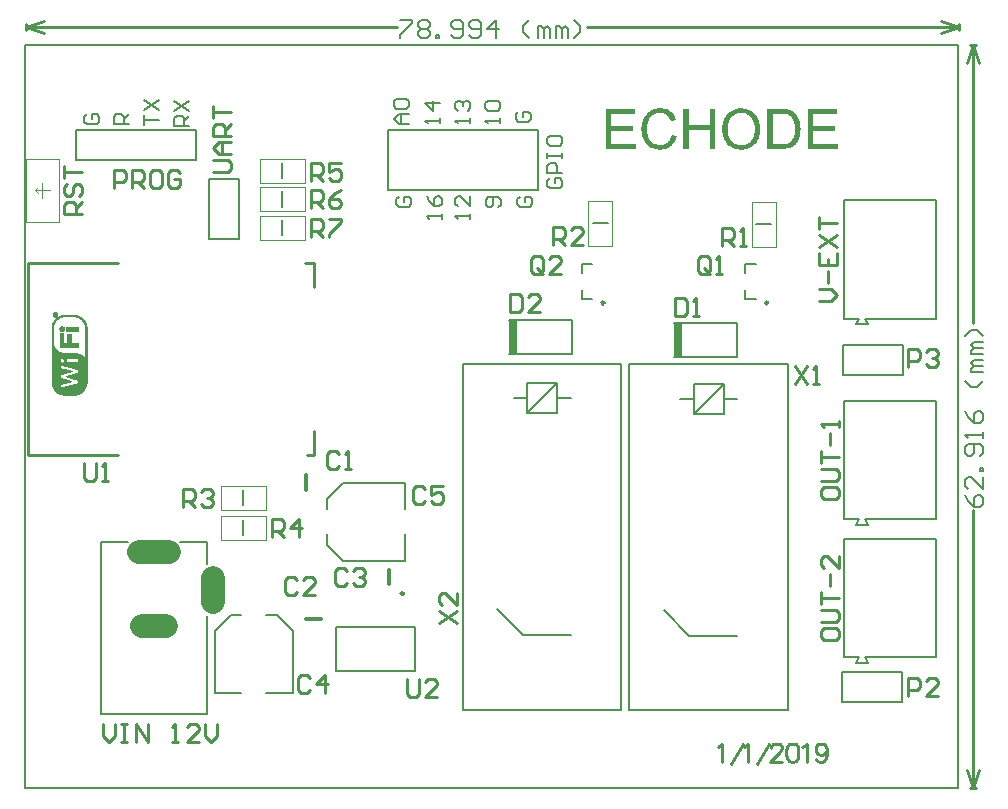
<source format=gto>
G04 Layer_Color=65535*
%FSLAX44Y44*%
%MOMM*%
G71*
G01*
G75*
%ADD23C,0.1270*%
%ADD27C,0.2540*%
%ADD28C,2.0160*%
%ADD29C,0.1524*%
%ADD43C,0.2500*%
%ADD44C,0.2000*%
%ADD45C,0.0600*%
%ADD46C,0.1000*%
%ADD47C,0.0127*%
%ADD48C,0.3048*%
%ADD49C,0.1778*%
%ADD50C,0.2032*%
%ADD51R,0.8000X2.8000*%
G36*
X770743Y773343D02*
X750716D01*
Y762988D01*
X769441D01*
Y758958D01*
X750716D01*
Y747488D01*
X771549D01*
Y743458D01*
X746252D01*
Y777373D01*
X770743D01*
Y773343D01*
D02*
G37*
G36*
X941866D02*
X921840D01*
Y762988D01*
X940564D01*
Y758958D01*
X921840D01*
Y747488D01*
X942672D01*
Y743458D01*
X917376D01*
Y777373D01*
X941866D01*
Y773343D01*
D02*
G37*
G36*
X896667Y777311D02*
X897473D01*
X898403Y777249D01*
X899271Y777125D01*
X900139Y777001D01*
X900264D01*
X900511Y776939D01*
X900946Y776815D01*
X901504Y776691D01*
X902186Y776505D01*
X902868Y776195D01*
X903674Y775885D01*
X904418Y775451D01*
X904480Y775389D01*
X904790Y775265D01*
X905162Y774955D01*
X905658Y774583D01*
X906154Y774149D01*
X906774Y773591D01*
X907394Y772909D01*
X907952Y772165D01*
X908014Y772041D01*
X908200Y771793D01*
X908448Y771359D01*
X908820Y770739D01*
X909192Y770057D01*
X909564Y769189D01*
X909936Y768259D01*
X910308Y767266D01*
X910370Y767142D01*
X910432Y766770D01*
X910618Y766151D01*
X910804Y765406D01*
X910928Y764415D01*
X911114Y763236D01*
X911176Y761996D01*
X911238Y760570D01*
Y760508D01*
Y760260D01*
Y759826D01*
X911176Y759330D01*
X911114Y758710D01*
X911052Y757966D01*
X910928Y757098D01*
X910804Y756230D01*
X910370Y754246D01*
X910060Y753254D01*
X909750Y752200D01*
X909316Y751146D01*
X908820Y750154D01*
X908262Y749162D01*
X907642Y748232D01*
X907580Y748170D01*
X907456Y748046D01*
X907270Y747798D01*
X906960Y747488D01*
X906526Y747116D01*
X906030Y746744D01*
X905472Y746310D01*
X904790Y745876D01*
X903984Y745380D01*
X903054Y744946D01*
X902061Y744574D01*
X900946Y744202D01*
X899706Y743892D01*
X898403Y743644D01*
X896915Y743520D01*
X895365Y743458D01*
X883151D01*
Y777373D01*
X895923D01*
X896667Y777311D01*
D02*
G37*
G36*
X793249Y777869D02*
X793683D01*
X794179Y777807D01*
X795357Y777621D01*
X796721Y777311D01*
X798147Y776877D01*
X799573Y776257D01*
X800937Y775389D01*
X800999D01*
X801123Y775265D01*
X801247Y775141D01*
X801495Y774893D01*
X802115Y774335D01*
X802859Y773529D01*
X803727Y772475D01*
X804533Y771235D01*
X805277Y769747D01*
X805897Y768011D01*
X801495Y767019D01*
Y767081D01*
X801433Y767142D01*
X801371Y767328D01*
X801309Y767577D01*
X800999Y768197D01*
X800627Y769003D01*
X800193Y769809D01*
X799573Y770739D01*
X798891Y771545D01*
X798085Y772289D01*
X797961Y772351D01*
X797651Y772599D01*
X797155Y772847D01*
X796535Y773219D01*
X795729Y773529D01*
X794737Y773839D01*
X793621Y774025D01*
X792443Y774087D01*
X791885D01*
X791513Y774025D01*
X791079Y773963D01*
X790521Y773901D01*
X789281Y773653D01*
X787917Y773219D01*
X787235Y772909D01*
X786553Y772537D01*
X785871Y772103D01*
X785189Y771669D01*
X784569Y771049D01*
X784011Y770429D01*
Y770367D01*
X783887Y770243D01*
X783763Y770057D01*
X783577Y769747D01*
X783329Y769375D01*
X783081Y768941D01*
X782833Y768445D01*
X782585Y767825D01*
X782337Y767142D01*
X782089Y766460D01*
X781841Y765655D01*
X781593Y764725D01*
X781407Y763794D01*
X781283Y762802D01*
X781221Y761748D01*
X781159Y760632D01*
Y760570D01*
Y760322D01*
Y759950D01*
X781221Y759516D01*
Y758896D01*
X781345Y758214D01*
X781407Y757470D01*
X781531Y756726D01*
X781903Y754990D01*
X782399Y753254D01*
X783143Y751580D01*
X783639Y750836D01*
X784135Y750154D01*
X784197Y750092D01*
X784259Y750030D01*
X784445Y749844D01*
X784693Y749596D01*
X785003Y749348D01*
X785375Y749100D01*
X786243Y748480D01*
X787421Y747798D01*
X788785Y747302D01*
X790335Y746868D01*
X791203Y746806D01*
X792071Y746744D01*
X792443D01*
X792753Y746806D01*
X793435Y746868D01*
X794365Y746992D01*
X795419Y747240D01*
X796473Y747612D01*
X797527Y748170D01*
X798519Y748852D01*
X798643Y748976D01*
X798953Y749286D01*
X799387Y749782D01*
X799883Y750464D01*
X800503Y751394D01*
X801061Y752510D01*
X801619Y753812D01*
X802053Y755362D01*
X806455Y754184D01*
Y754122D01*
X806393Y753936D01*
X806269Y753626D01*
X806145Y753254D01*
X806021Y752758D01*
X805773Y752262D01*
X805277Y750960D01*
X804533Y749596D01*
X803603Y748170D01*
X802549Y746868D01*
X801929Y746248D01*
X801247Y745690D01*
X801185D01*
X801061Y745566D01*
X800875Y745442D01*
X800627Y745256D01*
X800255Y745070D01*
X799821Y744822D01*
X799325Y744574D01*
X798767Y744326D01*
X797465Y743768D01*
X795977Y743334D01*
X794241Y743024D01*
X793311Y742962D01*
X792381Y742900D01*
X792009D01*
X791575Y742962D01*
X791017D01*
X790335Y743086D01*
X789529Y743148D01*
X788661Y743334D01*
X787731Y743582D01*
X786801Y743830D01*
X785809Y744202D01*
X784755Y744574D01*
X783763Y745070D01*
X782833Y745690D01*
X781903Y746372D01*
X781035Y747178D01*
X780291Y748108D01*
X780229Y748170D01*
X780105Y748356D01*
X779919Y748666D01*
X779733Y749038D01*
X779423Y749534D01*
X779113Y750154D01*
X778741Y750836D01*
X778431Y751642D01*
X778059Y752510D01*
X777687Y753440D01*
X777377Y754494D01*
X777129Y755610D01*
X776881Y756788D01*
X776695Y757966D01*
X776571Y759268D01*
X776509Y760632D01*
Y760756D01*
Y761004D01*
X776571Y761438D01*
Y761996D01*
X776633Y762678D01*
X776757Y763422D01*
X776881Y764352D01*
X777067Y765283D01*
X777315Y766274D01*
X777625Y767328D01*
X777935Y768383D01*
X778369Y769437D01*
X778927Y770491D01*
X779485Y771483D01*
X780167Y772475D01*
X780973Y773343D01*
X781035Y773405D01*
X781159Y773529D01*
X781407Y773777D01*
X781779Y774087D01*
X782213Y774397D01*
X782771Y774769D01*
X783391Y775203D01*
X784073Y775637D01*
X784879Y776071D01*
X785747Y776505D01*
X786677Y776877D01*
X787669Y777187D01*
X788785Y777497D01*
X789963Y777745D01*
X791141Y777869D01*
X792443Y777931D01*
X792939D01*
X793249Y777869D01*
D02*
G37*
G36*
X838758Y743458D02*
X834294D01*
Y759392D01*
X816562D01*
Y743458D01*
X812097D01*
Y777373D01*
X816562D01*
Y763422D01*
X834294D01*
Y777373D01*
X838758D01*
Y743458D01*
D02*
G37*
G36*
X862195Y777869D02*
X862815Y777807D01*
X863497Y777683D01*
X864303Y777497D01*
X865109Y777311D01*
X866039Y777063D01*
X866969Y776753D01*
X867899Y776381D01*
X868891Y775885D01*
X869883Y775327D01*
X870813Y774707D01*
X871743Y773963D01*
X872611Y773095D01*
X872673Y773033D01*
X872797Y772847D01*
X873045Y772599D01*
X873355Y772227D01*
X873665Y771731D01*
X874037Y771173D01*
X874471Y770491D01*
X874905Y769685D01*
X875339Y768817D01*
X875773Y767825D01*
X876145Y766833D01*
X876455Y765655D01*
X876765Y764476D01*
X877013Y763174D01*
X877137Y761748D01*
X877199Y760322D01*
Y760260D01*
Y759950D01*
Y759578D01*
X877137Y759020D01*
X877075Y758338D01*
X876951Y757594D01*
X876827Y756726D01*
X876641Y755796D01*
X876393Y754804D01*
X876083Y753750D01*
X875711Y752696D01*
X875277Y751642D01*
X874719Y750588D01*
X874099Y749596D01*
X873417Y748604D01*
X872611Y747674D01*
X872549Y747612D01*
X872425Y747488D01*
X872177Y747240D01*
X871805Y746930D01*
X871371Y746558D01*
X870813Y746186D01*
X870193Y745752D01*
X869449Y745318D01*
X868643Y744822D01*
X867775Y744388D01*
X866845Y744016D01*
X865791Y743644D01*
X864737Y743334D01*
X863559Y743086D01*
X862319Y742962D01*
X861017Y742900D01*
X860707D01*
X860335Y742962D01*
X859777D01*
X859156Y743024D01*
X858475Y743148D01*
X857669Y743334D01*
X856801Y743520D01*
X855871Y743768D01*
X854878Y744140D01*
X853886Y744512D01*
X852894Y745008D01*
X851902Y745566D01*
X850972Y746248D01*
X850042Y746992D01*
X849174Y747860D01*
X849112Y747922D01*
X848988Y748108D01*
X848740Y748356D01*
X848492Y748728D01*
X848182Y749224D01*
X847810Y749782D01*
X847376Y750464D01*
X847004Y751208D01*
X846570Y752076D01*
X846136Y753006D01*
X845764Y753998D01*
X845454Y755052D01*
X845206Y756168D01*
X844958Y757408D01*
X844834Y758648D01*
X844772Y759950D01*
Y760074D01*
Y760322D01*
X844834Y760756D01*
Y761314D01*
X844896Y762058D01*
X845020Y762864D01*
X845144Y763733D01*
X845330Y764725D01*
X845578Y765779D01*
X845888Y766833D01*
X846198Y767949D01*
X846632Y769003D01*
X847190Y770119D01*
X847748Y771173D01*
X848430Y772165D01*
X849236Y773095D01*
X849298Y773157D01*
X849422Y773281D01*
X849732Y773529D01*
X850042Y773839D01*
X850538Y774211D01*
X851034Y774645D01*
X851716Y775079D01*
X852398Y775513D01*
X853204Y775947D01*
X854072Y776381D01*
X855064Y776815D01*
X856118Y777187D01*
X857234Y777497D01*
X858412Y777745D01*
X859715Y777869D01*
X861017Y777931D01*
X861699D01*
X862195Y777869D01*
D02*
G37*
%LPC*%
G36*
X896357Y773343D02*
X887615D01*
Y747488D01*
X895675D01*
X896233Y747550D01*
X896791D01*
X897473Y747612D01*
X898837Y747736D01*
X898899D01*
X899147Y747798D01*
X899457Y747860D01*
X899954Y748046D01*
X900450Y748232D01*
X901069Y748480D01*
X901690Y748790D01*
X902372Y749224D01*
X902433Y749286D01*
X902682Y749472D01*
X902991Y749782D01*
X903426Y750216D01*
X903860Y750774D01*
X904418Y751456D01*
X904914Y752262D01*
X905348Y753254D01*
Y753316D01*
X905410Y753378D01*
X905472Y753564D01*
X905534Y753750D01*
X905720Y754370D01*
X905968Y755238D01*
X906216Y756292D01*
X906402Y757532D01*
X906526Y759020D01*
X906588Y760632D01*
Y760756D01*
Y761066D01*
Y761562D01*
X906526Y762182D01*
X906464Y762926D01*
X906402Y763733D01*
X906092Y765406D01*
Y765530D01*
X906030Y765779D01*
X905906Y766212D01*
X905720Y766770D01*
X905472Y767391D01*
X905224Y768073D01*
X904852Y768755D01*
X904418Y769437D01*
X904356Y769499D01*
X904232Y769747D01*
X903984Y770057D01*
X903612Y770429D01*
X903240Y770863D01*
X902744Y771297D01*
X902186Y771731D01*
X901628Y772103D01*
X901565Y772165D01*
X901379Y772227D01*
X901069Y772413D01*
X900697Y772537D01*
X900201Y772723D01*
X899706Y772909D01*
X899147Y773033D01*
X898589Y773157D01*
X898527D01*
X898341Y773219D01*
X897969D01*
X897535Y773281D01*
X896977D01*
X896357Y773343D01*
D02*
G37*
G36*
X861017Y774087D02*
X860521D01*
X860149Y774025D01*
X859715Y773963D01*
X859219Y773901D01*
X858040Y773653D01*
X856739Y773219D01*
X856057Y772971D01*
X855312Y772599D01*
X854630Y772165D01*
X853948Y771731D01*
X853266Y771173D01*
X852646Y770553D01*
X852584Y770491D01*
X852522Y770367D01*
X852336Y770181D01*
X852150Y769871D01*
X851902Y769561D01*
X851654Y769065D01*
X851344Y768569D01*
X851034Y767949D01*
X850724Y767205D01*
X850414Y766398D01*
X850166Y765530D01*
X849918Y764601D01*
X849732Y763547D01*
X849546Y762430D01*
X849484Y761190D01*
X849422Y759888D01*
Y759826D01*
Y759640D01*
Y759330D01*
X849484Y758896D01*
X849546Y758400D01*
X849608Y757842D01*
X849670Y757160D01*
X849794Y756478D01*
X850166Y754990D01*
X850786Y753378D01*
X851096Y752572D01*
X851530Y751828D01*
X852026Y751022D01*
X852584Y750340D01*
X852646Y750278D01*
X852708Y750216D01*
X852894Y750030D01*
X853142Y749782D01*
X853514Y749534D01*
X853886Y749224D01*
X854320Y748852D01*
X854817Y748542D01*
X856057Y747860D01*
X857483Y747302D01*
X858288Y747054D01*
X859094Y746930D01*
X860025Y746806D01*
X860955Y746744D01*
X861451D01*
X861823Y746806D01*
X862257Y746868D01*
X862753Y746930D01*
X863931Y747178D01*
X865233Y747612D01*
X865915Y747922D01*
X866659Y748294D01*
X867341Y748666D01*
X868023Y749162D01*
X868643Y749720D01*
X869263Y750340D01*
X869325Y750402D01*
X869387Y750526D01*
X869573Y750712D01*
X869759Y751022D01*
X870007Y751394D01*
X870317Y751828D01*
X870565Y752324D01*
X870875Y752944D01*
X871185Y753626D01*
X871495Y754370D01*
X871743Y755176D01*
X871991Y756044D01*
X872239Y757036D01*
X872363Y758090D01*
X872487Y759144D01*
X872549Y760322D01*
Y760384D01*
Y760632D01*
Y760942D01*
X872487Y761438D01*
X872425Y761996D01*
X872363Y762616D01*
X872301Y763298D01*
X872115Y764105D01*
X871743Y765716D01*
X871185Y767391D01*
X870813Y768259D01*
X870379Y769065D01*
X869821Y769809D01*
X869263Y770491D01*
X869201Y770553D01*
X869139Y770677D01*
X868953Y770801D01*
X868705Y771049D01*
X868333Y771297D01*
X867961Y771607D01*
X867527Y771979D01*
X867031Y772289D01*
X865791Y772971D01*
X864427Y773529D01*
X863621Y773777D01*
X862815Y773963D01*
X861947Y774025D01*
X861017Y774087D01*
D02*
G37*
%LPD*%
D23*
X255016Y831342D02*
X1044956D01*
Y202184D02*
Y831342D01*
X255016Y202184D02*
X1044956D01*
X255016D02*
Y831342D01*
D27*
X256794Y484632D02*
Y647192D01*
X332994D01*
X491744D02*
X499364D01*
Y626872D02*
Y647192D01*
Y484632D02*
Y504952D01*
X493014Y484632D02*
X499364D01*
X256794D02*
X332994D01*
X577850Y294635D02*
Y281939D01*
X580389Y279400D01*
X585467D01*
X588007Y281939D01*
Y294635D01*
X603242Y279400D02*
X593085D01*
X603242Y289557D01*
Y292096D01*
X600703Y294635D01*
X595624D01*
X593085Y292096D01*
X520697Y485136D02*
X518158Y487675D01*
X513079D01*
X510540Y485136D01*
Y474979D01*
X513079Y472440D01*
X518158D01*
X520697Y474979D01*
X525775Y472440D02*
X530853D01*
X528314D01*
Y487675D01*
X525775Y485136D01*
X485137Y378456D02*
X482598Y380995D01*
X477519D01*
X474980Y378456D01*
Y368299D01*
X477519Y365760D01*
X482598D01*
X485137Y368299D01*
X500372Y365760D02*
X490215D01*
X500372Y375917D01*
Y378456D01*
X497833Y380995D01*
X492754D01*
X490215Y378456D01*
X527047Y386076D02*
X524507Y388615D01*
X519429D01*
X516890Y386076D01*
Y375919D01*
X519429Y373380D01*
X524507D01*
X527047Y375919D01*
X532125Y386076D02*
X534664Y388615D01*
X539743D01*
X542282Y386076D01*
Y383537D01*
X539743Y380998D01*
X537203D01*
X539743D01*
X542282Y378458D01*
Y375919D01*
X539743Y373380D01*
X534664D01*
X532125Y375919D01*
X496313Y295906D02*
X493773Y298445D01*
X488695D01*
X486156Y295906D01*
Y285749D01*
X488695Y283210D01*
X493773D01*
X496313Y285749D01*
X509009Y283210D02*
Y298445D01*
X501391Y290828D01*
X511548D01*
X593087Y455926D02*
X590547Y458465D01*
X585469D01*
X582930Y455926D01*
Y445769D01*
X585469Y443230D01*
X590547D01*
X593087Y445769D01*
X608322Y458465D02*
X598165D01*
Y450848D01*
X603243Y453387D01*
X605783D01*
X608322Y450848D01*
Y445769D01*
X605783Y443230D01*
X600704D01*
X598165Y445769D01*
X805180Y617215D02*
Y601980D01*
X812797D01*
X815337Y604519D01*
Y614676D01*
X812797Y617215D01*
X805180D01*
X820415Y601980D02*
X825493D01*
X822954D01*
Y617215D01*
X820415Y614676D01*
X665480Y621025D02*
Y605790D01*
X673098D01*
X675637Y608329D01*
Y618486D01*
X673098Y621025D01*
X665480D01*
X690872Y605790D02*
X680715D01*
X690872Y615947D01*
Y618486D01*
X688333Y621025D01*
X683254D01*
X680715Y618486D01*
X1002030Y280670D02*
Y295905D01*
X1009648D01*
X1012187Y293366D01*
Y288288D01*
X1009648Y285748D01*
X1002030D01*
X1027422Y280670D02*
X1017265D01*
X1027422Y290827D01*
Y293366D01*
X1024883Y295905D01*
X1019804D01*
X1017265Y293366D01*
X1002030Y558800D02*
Y574035D01*
X1009648D01*
X1012187Y571496D01*
Y566418D01*
X1009648Y563878D01*
X1002030D01*
X1017265Y571496D02*
X1019804Y574035D01*
X1024883D01*
X1027422Y571496D01*
Y568957D01*
X1024883Y566418D01*
X1022343D01*
X1024883D01*
X1027422Y563878D01*
Y561339D01*
X1024883Y558800D01*
X1019804D01*
X1017265Y561339D01*
X834387Y640079D02*
Y650236D01*
X831848Y652775D01*
X826769D01*
X824230Y650236D01*
Y640079D01*
X826769Y637540D01*
X831848D01*
X829308Y642618D02*
X834387Y637540D01*
X831848D02*
X834387Y640079D01*
X839465Y637540D02*
X844543D01*
X842004D01*
Y652775D01*
X839465Y650236D01*
X693417Y640079D02*
Y650236D01*
X690878Y652775D01*
X685799D01*
X683260Y650236D01*
Y640079D01*
X685799Y637540D01*
X690878D01*
X688338Y642618D02*
X693417Y637540D01*
X690878D02*
X693417Y640079D01*
X708652Y637540D02*
X698495D01*
X708652Y647697D01*
Y650236D01*
X706113Y652775D01*
X701034D01*
X698495Y650236D01*
X844804Y661670D02*
Y676905D01*
X852421D01*
X854961Y674366D01*
Y669287D01*
X852421Y666748D01*
X844804D01*
X849882D02*
X854961Y661670D01*
X860039D02*
X865117D01*
X862578D01*
Y676905D01*
X860039Y674366D01*
X701294Y662178D02*
Y677413D01*
X708912D01*
X711451Y674874D01*
Y669796D01*
X708912Y667256D01*
X701294D01*
X706372D02*
X711451Y662178D01*
X726686D02*
X716529D01*
X726686Y672335D01*
Y674874D01*
X724147Y677413D01*
X719068D01*
X716529Y674874D01*
X388620Y440690D02*
Y455925D01*
X396237D01*
X398777Y453386D01*
Y448307D01*
X396237Y445768D01*
X388620D01*
X393698D02*
X398777Y440690D01*
X403855Y453386D02*
X406394Y455925D01*
X411473D01*
X414012Y453386D01*
Y450847D01*
X411473Y448307D01*
X408933D01*
X411473D01*
X414012Y445768D01*
Y443229D01*
X411473Y440690D01*
X406394D01*
X403855Y443229D01*
X464058Y414528D02*
Y429763D01*
X471675D01*
X474215Y427224D01*
Y422146D01*
X471675Y419606D01*
X464058D01*
X469136D02*
X474215Y414528D01*
X486911D02*
Y429763D01*
X479293Y422146D01*
X489450D01*
X496570Y716280D02*
Y731515D01*
X504188D01*
X506727Y728976D01*
Y723897D01*
X504188Y721358D01*
X496570D01*
X501648D02*
X506727Y716280D01*
X521962Y731515D02*
X511805D01*
Y723897D01*
X516883Y726437D01*
X519423D01*
X521962Y723897D01*
Y718819D01*
X519423Y716280D01*
X514344D01*
X511805Y718819D01*
X496570Y693420D02*
Y708655D01*
X504188D01*
X506727Y706116D01*
Y701038D01*
X504188Y698498D01*
X496570D01*
X501648D02*
X506727Y693420D01*
X521962Y708655D02*
X516883Y706116D01*
X511805Y701038D01*
Y695959D01*
X514344Y693420D01*
X519423D01*
X521962Y695959D01*
Y698498D01*
X519423Y701038D01*
X511805D01*
X496570Y669290D02*
Y684525D01*
X504188D01*
X506727Y681986D01*
Y676908D01*
X504188Y674368D01*
X496570D01*
X501648D02*
X506727Y669290D01*
X511805Y684525D02*
X521962D01*
Y681986D01*
X511805Y671829D01*
Y669290D01*
X304800Y477515D02*
Y464819D01*
X307339Y462280D01*
X312418D01*
X314957Y464819D01*
Y477515D01*
X320035Y462280D02*
X325113D01*
X322574D01*
Y477515D01*
X320035Y474976D01*
X906780Y560065D02*
X916937Y544830D01*
Y560065D02*
X906780Y544830D01*
X922015D02*
X927093D01*
X924554D01*
Y560065D01*
X922015Y557526D01*
X605287Y342138D02*
X620522Y352295D01*
X605287D02*
X620522Y342138D01*
Y367530D02*
Y357373D01*
X610365Y367530D01*
X607826D01*
X605287Y364991D01*
Y359912D01*
X607826Y357373D01*
X840994Y237125D02*
X842445Y237850D01*
X844622Y240027D01*
Y224790D01*
X852168Y222613D02*
X862325Y240027D01*
X863341Y237125D02*
X864792Y237850D01*
X866969Y240027D01*
Y224790D01*
X874515Y222613D02*
X884673Y240027D01*
X886414Y236399D02*
Y237125D01*
X887140Y238576D01*
X887865Y239301D01*
X889316Y240027D01*
X892218D01*
X893670Y239301D01*
X894395Y238576D01*
X895121Y237125D01*
Y235673D01*
X894395Y234222D01*
X892944Y232046D01*
X885688Y224790D01*
X895846D01*
X903610Y240027D02*
X901433Y239301D01*
X899982Y237125D01*
X899256Y233497D01*
Y231320D01*
X899982Y227692D01*
X901433Y225516D01*
X903610Y224790D01*
X905061D01*
X907237Y225516D01*
X908689Y227692D01*
X909414Y231320D01*
Y233497D01*
X908689Y237125D01*
X907237Y239301D01*
X905061Y240027D01*
X903610D01*
X912824Y237125D02*
X914276Y237850D01*
X916452Y240027D01*
Y224790D01*
X933430Y234948D02*
X932705Y232771D01*
X931254Y231320D01*
X929077Y230595D01*
X928351D01*
X926175Y231320D01*
X924724Y232771D01*
X923998Y234948D01*
Y235673D01*
X924724Y237850D01*
X926175Y239301D01*
X928351Y240027D01*
X929077D01*
X931254Y239301D01*
X932705Y237850D01*
X933430Y234948D01*
Y231320D01*
X932705Y227692D01*
X931254Y225516D01*
X929077Y224790D01*
X927626D01*
X925449Y225516D01*
X924724Y226967D01*
X302768Y688340D02*
X287533D01*
Y695957D01*
X290072Y698497D01*
X295151D01*
X297690Y695957D01*
Y688340D01*
Y693418D02*
X302768Y698497D01*
X290072Y713732D02*
X287533Y711193D01*
Y706114D01*
X290072Y703575D01*
X292611D01*
X295151Y706114D01*
Y711193D01*
X297690Y713732D01*
X300229D01*
X302768Y711193D01*
Y706114D01*
X300229Y703575D01*
X287533Y718810D02*
Y728967D01*
Y723888D01*
X302768D01*
X329946Y710438D02*
Y725673D01*
X337564D01*
X340103Y723134D01*
Y718055D01*
X337564Y715516D01*
X329946D01*
X345181Y710438D02*
Y725673D01*
X352799D01*
X355338Y723134D01*
Y718055D01*
X352799Y715516D01*
X345181D01*
X350259D02*
X355338Y710438D01*
X368034Y725673D02*
X362955D01*
X360416Y723134D01*
Y712977D01*
X362955Y710438D01*
X368034D01*
X370573Y712977D01*
Y723134D01*
X368034Y725673D01*
X385808Y723134D02*
X383269Y725673D01*
X378190D01*
X375651Y723134D01*
Y712977D01*
X378190Y710438D01*
X383269D01*
X385808Y712977D01*
Y718055D01*
X380730D01*
X414025Y723900D02*
X426721D01*
X429260Y726439D01*
Y731517D01*
X426721Y734057D01*
X414025D01*
X429260Y739135D02*
X419103D01*
X414025Y744213D01*
X419103Y749292D01*
X429260D01*
X421642D01*
Y739135D01*
X429260Y754370D02*
X414025D01*
Y761988D01*
X416564Y764527D01*
X421642D01*
X424182Y761988D01*
Y754370D01*
Y759448D02*
X429260Y764527D01*
X414025Y769605D02*
Y779762D01*
Y774684D01*
X429260D01*
X320802Y256789D02*
Y246632D01*
X325880Y241554D01*
X330959Y246632D01*
Y256789D01*
X336037D02*
X341115D01*
X338576D01*
Y241554D01*
X336037D01*
X341115D01*
X348733D02*
Y256789D01*
X358890Y241554D01*
Y256789D01*
X379203Y241554D02*
X384282D01*
X381742D01*
Y256789D01*
X379203Y254250D01*
X402056Y241554D02*
X391899D01*
X402056Y251711D01*
Y254250D01*
X399516Y256789D01*
X394438D01*
X391899Y254250D01*
X407134Y256789D02*
Y246632D01*
X412212Y241554D01*
X417291Y246632D01*
Y256789D01*
X928375Y335277D02*
Y330199D01*
X930914Y327660D01*
X941071D01*
X943610Y330199D01*
Y335277D01*
X941071Y337817D01*
X930914D01*
X928375Y335277D01*
Y342895D02*
X941071D01*
X943610Y345434D01*
Y350513D01*
X941071Y353052D01*
X928375D01*
Y358130D02*
Y368287D01*
Y363209D01*
X943610D01*
X935993Y373365D02*
Y383522D01*
X943610Y398757D02*
Y388600D01*
X933453Y398757D01*
X930914D01*
X928375Y396218D01*
Y391139D01*
X930914Y388600D01*
X928375Y454658D02*
Y449579D01*
X930914Y447040D01*
X941071D01*
X943610Y449579D01*
Y454658D01*
X941071Y457197D01*
X930914D01*
X928375Y454658D01*
Y462275D02*
X941071D01*
X943610Y464814D01*
Y469893D01*
X941071Y472432D01*
X928375D01*
Y477510D02*
Y487667D01*
Y482589D01*
X943610D01*
X935993Y492745D02*
Y502902D01*
X943610Y507980D02*
Y513059D01*
Y510519D01*
X928375D01*
X930914Y507980D01*
X927105Y614680D02*
X937262D01*
X942340Y619758D01*
X937262Y624837D01*
X927105D01*
X934723Y629915D02*
Y640072D01*
X927105Y655307D02*
Y645150D01*
X942340D01*
Y655307D01*
X934723Y645150D02*
Y650229D01*
X927105Y660385D02*
X942340Y670542D01*
X927105D02*
X942340Y660385D01*
X927105Y675620D02*
Y685777D01*
Y680699D01*
X942340D01*
X1054354Y831342D02*
X1059434D01*
X1054354Y202184D02*
X1059434D01*
X1056894Y831342D02*
X1061974Y816102D01*
X1051814D02*
X1056894Y831342D01*
Y202184D02*
X1061974Y217424D01*
X1051814D02*
X1056894Y202184D01*
Y595733D02*
Y831342D01*
Y202184D02*
Y437793D01*
X1044977Y843788D02*
Y848868D01*
X255037Y843788D02*
Y848868D01*
X1029737Y841248D02*
X1044977Y846328D01*
X1029737Y851408D02*
X1044977Y846328D01*
X255037D02*
X270277Y841248D01*
X255037Y846328D02*
X270277Y851408D01*
X730246Y846328D02*
X1044977D01*
X255037D02*
X569768D01*
D28*
X351266Y401824D02*
X376266D01*
X413766Y359824D02*
Y379824D01*
X353766Y339824D02*
X373766D01*
D29*
X1050800Y450490D02*
X1053340Y445412D01*
X1058418Y440333D01*
X1063496D01*
X1066036Y442872D01*
Y447951D01*
X1063496Y450490D01*
X1060957D01*
X1058418Y447951D01*
Y440333D01*
X1066036Y465725D02*
Y455568D01*
X1055879Y465725D01*
X1053340D01*
X1050800Y463186D01*
Y458107D01*
X1053340Y455568D01*
X1066036Y470803D02*
X1063496D01*
Y473343D01*
X1066036D01*
Y470803D01*
X1063496Y483499D02*
X1066036Y486038D01*
Y491117D01*
X1063496Y493656D01*
X1053340D01*
X1050800Y491117D01*
Y486038D01*
X1053340Y483499D01*
X1055879D01*
X1058418Y486038D01*
Y493656D01*
X1066036Y498734D02*
Y503813D01*
Y501273D01*
X1050800D01*
X1053340Y498734D01*
X1050800Y521587D02*
X1053340Y516509D01*
X1058418Y511430D01*
X1063496D01*
X1066036Y513969D01*
Y519048D01*
X1063496Y521587D01*
X1060957D01*
X1058418Y519048D01*
Y511430D01*
X1066036Y546979D02*
X1060957Y541900D01*
X1055879D01*
X1050800Y546979D01*
X1066036Y554596D02*
X1055879D01*
Y557135D01*
X1058418Y559675D01*
X1066036D01*
X1058418D01*
X1055879Y562214D01*
X1058418Y564753D01*
X1066036D01*
Y569831D02*
X1055879D01*
Y572370D01*
X1058418Y574910D01*
X1066036D01*
X1058418D01*
X1055879Y577449D01*
X1058418Y579988D01*
X1066036D01*
Y585066D02*
X1060957Y590145D01*
X1055879D01*
X1050800Y585066D01*
X572308Y852421D02*
X582464D01*
Y849882D01*
X572308Y839726D01*
Y837187D01*
X587543Y849882D02*
X590082Y852421D01*
X595160D01*
X597699Y849882D01*
Y847343D01*
X595160Y844804D01*
X597699Y842265D01*
Y839726D01*
X595160Y837187D01*
X590082D01*
X587543Y839726D01*
Y842265D01*
X590082Y844804D01*
X587543Y847343D01*
Y849882D01*
X590082Y844804D02*
X595160D01*
X602778Y837187D02*
Y839726D01*
X605317D01*
Y837187D01*
X602778D01*
X615474Y839726D02*
X618013Y837187D01*
X623091D01*
X625630Y839726D01*
Y849882D01*
X623091Y852421D01*
X618013D01*
X615474Y849882D01*
Y847343D01*
X618013Y844804D01*
X625630D01*
X630709Y839726D02*
X633248Y837187D01*
X638326D01*
X640865Y839726D01*
Y849882D01*
X638326Y852421D01*
X633248D01*
X630709Y849882D01*
Y847343D01*
X633248Y844804D01*
X640865D01*
X653561Y837187D02*
Y852421D01*
X645944Y844804D01*
X656100D01*
X681492Y837187D02*
X676414Y842265D01*
Y847343D01*
X681492Y852421D01*
X689110Y837187D02*
Y847343D01*
X691649D01*
X694188Y844804D01*
Y837187D01*
Y844804D01*
X696727Y847343D01*
X699267Y844804D01*
Y837187D01*
X704345D02*
Y847343D01*
X706884D01*
X709423Y844804D01*
Y837187D01*
Y844804D01*
X711962Y847343D01*
X714502Y844804D01*
Y837187D01*
X719580D02*
X724658Y842265D01*
Y847343D01*
X719580Y852421D01*
D43*
X883720Y613190D02*
G03*
X883720Y613190I-1250J0D01*
G01*
X745290D02*
G03*
X745290Y613190I-1250J0D01*
G01*
X575430Y367040D02*
G03*
X575430Y367040I-1250J0D01*
G01*
D44*
X562356Y708660D02*
X689356D01*
X562356Y759460D02*
X689356D01*
X562356Y708660D02*
Y759460D01*
X689356Y708660D02*
Y759460D01*
X298196Y733806D02*
Y759206D01*
X399796D01*
X298196Y733806D02*
X399796D01*
Y759206D01*
X947420Y577850D02*
X998220D01*
X947420Y552450D02*
Y577850D01*
Y552450D02*
X998220D01*
Y577850D01*
X946150Y300990D02*
X996950D01*
X946150Y275590D02*
Y300990D01*
Y275590D02*
X996950D01*
Y300990D01*
X948060Y313620D02*
X960560D01*
X948060D02*
Y413620D01*
X1026060D01*
Y313620D02*
Y413620D01*
X958060Y308620D02*
X968060D01*
X965560Y313620D02*
X968060Y308620D01*
X965560Y313620D02*
X1026060D01*
X958060Y308620D02*
X960560Y313620D01*
X948060Y430460D02*
X960560D01*
X948060D02*
Y530460D01*
X1026060D01*
Y430460D02*
Y530460D01*
X958060Y425460D02*
X968060D01*
X965560Y430460D02*
X968060Y425460D01*
X965560Y430460D02*
X1026060D01*
X958060Y425460D02*
X960560Y430460D01*
X948060Y599840D02*
X960560D01*
X948060D02*
Y699840D01*
X1026060D01*
Y599840D02*
Y699840D01*
X958060Y594840D02*
X968060D01*
X965560Y599840D02*
X968060Y594840D01*
X965560Y599840D02*
X1026060D01*
X958060Y594840D02*
X960560Y599840D01*
X804080Y595660D02*
X857080D01*
X804080Y567660D02*
X857080D01*
Y595660D01*
X664380Y598200D02*
X717380D01*
X664380Y570200D02*
X717380D01*
Y598200D01*
X864220Y638190D02*
Y646190D01*
X873220D01*
X864220Y616190D02*
Y624190D01*
Y616190D02*
X873220D01*
X725790Y638190D02*
Y646190D01*
X734790D01*
X725790Y616190D02*
Y624190D01*
Y616190D02*
X734790D01*
X410210Y667258D02*
Y718058D01*
Y667258D02*
X435610D01*
Y718058D01*
X410210D02*
X435610D01*
X472600Y718670D02*
Y731670D01*
Y694540D02*
Y707540D01*
Y670410D02*
Y683410D01*
X439260Y441810D02*
Y454810D01*
Y416410D02*
Y429410D01*
X517680Y301540D02*
X584680D01*
X517680D02*
Y338540D01*
X584680D01*
Y301540D02*
Y338540D01*
X735180Y680560D02*
X748180D01*
X873610Y679610D02*
X886610D01*
X318766Y410824D02*
X341766Y410824D01*
X318766Y264824D02*
Y410824D01*
Y264824D02*
X408766D01*
X385766Y410824D02*
X408766D01*
Y391824D02*
Y410824D01*
Y264824D02*
Y347824D01*
D45*
X262890Y708660D02*
X275590D01*
X262890D02*
X265430Y706120D01*
X262890Y708660D02*
X265430Y711200D01*
X269240Y702310D02*
Y715010D01*
X283210Y681990D02*
Y735330D01*
X255270Y681990D02*
X283210D01*
X255270D02*
Y735330D01*
X283210D01*
D46*
X453550Y715010D02*
X491650D01*
X453550D02*
Y735330D01*
X491650D01*
Y715010D02*
Y735330D01*
X453550Y690880D02*
X491650D01*
X453550D02*
Y711200D01*
X491650D01*
Y690880D02*
Y711200D01*
X453550Y666750D02*
X491650D01*
X453550D02*
Y687070D01*
X491650D01*
Y666750D02*
Y687070D01*
X420210Y458470D02*
X458310D01*
Y438150D02*
Y458470D01*
X420210Y438150D02*
X458310D01*
X420210D02*
Y458470D01*
Y433070D02*
X458310D01*
Y412750D02*
Y433070D01*
X420210Y412750D02*
X458310D01*
X420210D02*
Y433070D01*
X751840Y661510D02*
Y699610D01*
X731520Y661510D02*
X751840D01*
X731520D02*
Y699610D01*
X751840D01*
X890270Y660560D02*
Y698660D01*
X869950Y660560D02*
X890270D01*
X869950D02*
Y698660D01*
X890270D01*
D47*
X277114Y545211D02*
Y592963D01*
X277241Y544449D02*
Y593725D01*
X277368Y543941D02*
Y594233D01*
X277495Y543433D02*
Y594741D01*
X277622Y543052D02*
Y595122D01*
X277749Y542671D02*
Y595503D01*
X277876Y542417D02*
Y595757D01*
X278003Y542036D02*
Y596138D01*
Y602488D02*
Y603758D01*
X278130Y541782D02*
Y596392D01*
Y602107D02*
Y604012D01*
X278257Y541528D02*
Y578866D01*
Y593217D02*
Y596646D01*
Y601980D02*
Y604266D01*
X278384Y541274D02*
Y578104D01*
Y593852D02*
Y596900D01*
Y601853D02*
Y602742D01*
Y603504D02*
Y604393D01*
X278511Y541020D02*
Y577723D01*
Y594360D02*
Y597154D01*
Y601599D02*
Y602361D01*
Y603885D02*
Y604520D01*
X278638Y540893D02*
Y577215D01*
Y594868D02*
Y597281D01*
Y601599D02*
Y602234D01*
Y604012D02*
Y604647D01*
X278765Y540639D02*
Y576961D01*
Y595249D02*
Y597535D01*
Y601472D02*
Y601980D01*
Y604139D02*
Y604774D01*
X278892Y540385D02*
Y576580D01*
Y595503D02*
Y597662D01*
Y601345D02*
Y601853D01*
Y602234D02*
Y603377D01*
Y604266D02*
Y604774D01*
X279019Y540258D02*
Y576326D01*
Y595884D02*
Y597916D01*
Y601345D02*
Y601853D01*
Y602234D02*
Y603758D01*
Y604393D02*
Y604901D01*
X279146Y540131D02*
Y576072D01*
Y596138D02*
Y598043D01*
Y601218D02*
Y601726D01*
Y602234D02*
Y603885D01*
Y604520D02*
Y604901D01*
X279273Y539877D02*
Y575818D01*
Y596392D02*
Y598297D01*
Y601218D02*
Y601726D01*
Y602234D02*
Y602615D01*
Y603250D02*
Y603885D01*
Y604520D02*
Y605028D01*
X279400Y539750D02*
Y575564D01*
Y596646D02*
Y598424D01*
Y601218D02*
Y601599D01*
Y602234D02*
Y602615D01*
Y603377D02*
Y603885D01*
Y604647D02*
Y605028D01*
X279527Y539623D02*
Y575310D01*
Y596773D02*
Y598551D01*
Y601091D02*
Y601599D01*
Y602234D02*
Y602615D01*
Y603377D02*
Y603885D01*
Y604647D02*
Y605028D01*
X279654Y539369D02*
Y575183D01*
Y597027D02*
Y598805D01*
Y601091D02*
Y601599D01*
Y602234D02*
Y602615D01*
Y603377D02*
Y603885D01*
Y604647D02*
Y605028D01*
X279781Y539242D02*
Y574929D01*
Y597154D02*
Y598932D01*
Y601091D02*
Y601599D01*
Y602234D02*
Y603885D01*
Y604647D02*
Y605155D01*
X279908Y539115D02*
Y574802D01*
Y597408D02*
Y599059D01*
Y601091D02*
Y601599D01*
Y602234D02*
Y603758D01*
Y604647D02*
Y605155D01*
X280035Y538988D02*
Y574548D01*
Y597535D02*
Y599186D01*
Y601091D02*
Y601472D01*
Y602234D02*
Y603504D01*
Y604647D02*
Y605155D01*
X280162Y538861D02*
Y574421D01*
Y597789D02*
Y599313D01*
Y601091D02*
Y601599D01*
Y602234D02*
Y602615D01*
Y602869D02*
Y603504D01*
Y604647D02*
Y605155D01*
X280289Y538734D02*
Y574294D01*
Y597916D02*
Y599440D01*
Y601091D02*
Y601599D01*
Y602234D02*
Y602615D01*
Y603123D02*
Y603631D01*
Y604647D02*
Y605028D01*
X280416Y538607D02*
Y574167D01*
Y598043D02*
Y599567D01*
Y601091D02*
Y601599D01*
Y602234D02*
Y602615D01*
Y603123D02*
Y603758D01*
Y604647D02*
Y605028D01*
X280543Y538480D02*
Y573913D01*
Y598297D02*
Y599694D01*
Y601218D02*
Y601599D01*
Y602234D02*
Y602615D01*
Y603250D02*
Y603758D01*
Y604520D02*
Y605028D01*
X280670Y538353D02*
Y573786D01*
Y598424D02*
Y599821D01*
Y601218D02*
Y601726D01*
Y602234D02*
Y602615D01*
Y603377D02*
Y603885D01*
Y604520D02*
Y605028D01*
X280797Y538226D02*
Y573659D01*
Y598551D02*
Y599948D01*
Y601345D02*
Y601726D01*
Y602234D02*
Y602615D01*
Y603377D02*
Y604012D01*
Y604393D02*
Y604901D01*
X280924Y538099D02*
Y573532D01*
Y598678D02*
Y600075D01*
Y601345D02*
Y601853D01*
Y602234D02*
Y602615D01*
Y603504D02*
Y604012D01*
Y604393D02*
Y604901D01*
X281051Y537972D02*
Y573405D01*
Y598805D02*
Y600202D01*
Y601472D02*
Y601980D01*
Y604266D02*
Y604774D01*
X281178Y537845D02*
Y573278D01*
Y598932D02*
Y600202D01*
Y601472D02*
Y602107D01*
Y604012D02*
Y604647D01*
X281305Y537845D02*
Y573151D01*
Y599059D02*
Y600329D01*
Y601599D02*
Y602361D01*
Y603885D02*
Y604520D01*
X281432Y537718D02*
Y573151D01*
Y599186D02*
Y600456D01*
Y601726D02*
Y602615D01*
Y603631D02*
Y604393D01*
X281559Y537591D02*
Y573024D01*
Y599313D02*
Y600583D01*
Y601980D02*
Y604266D01*
X281686Y537464D02*
Y572897D01*
Y599313D02*
Y600710D01*
Y602107D02*
Y604139D01*
X281813Y537464D02*
Y572770D01*
Y599440D02*
Y600710D01*
Y602488D02*
Y603758D01*
X281940Y537337D02*
Y572643D01*
Y599567D02*
Y600837D01*
X282067Y537210D02*
Y572516D01*
Y599694D02*
Y600964D01*
X282194Y537083D02*
Y572516D01*
Y599821D02*
Y600964D01*
X282321Y537083D02*
Y572389D01*
Y599821D02*
Y601091D01*
X282448Y536956D02*
Y572262D01*
Y599948D02*
Y601218D01*
X282575Y536956D02*
Y572262D01*
Y600075D02*
Y601218D01*
X282702Y536829D02*
Y572135D01*
Y600075D02*
Y601345D01*
X282829Y536702D02*
Y572008D01*
Y600202D02*
Y601345D01*
X282956Y536702D02*
Y572008D01*
Y600329D02*
Y601472D01*
X283083Y536575D02*
Y571881D01*
Y600329D02*
Y601599D01*
X283210Y536575D02*
Y571881D01*
Y600456D02*
Y601599D01*
X283337Y536448D02*
Y571754D01*
Y600456D02*
Y601726D01*
X283464Y536448D02*
Y571754D01*
Y600583D02*
Y601726D01*
X283591Y536321D02*
Y571627D01*
Y600710D02*
Y601853D01*
X283718Y536321D02*
Y564134D01*
Y564769D02*
Y571627D01*
Y591058D02*
Y591566D01*
Y600710D02*
Y601853D01*
X283845Y536194D02*
Y563626D01*
Y565150D02*
Y571500D01*
Y590550D02*
Y592074D01*
Y600837D02*
Y601853D01*
X283972Y536194D02*
Y563372D01*
Y565404D02*
Y571500D01*
Y590296D02*
Y592328D01*
Y600837D02*
Y601980D01*
X284099Y536194D02*
Y541274D01*
Y541401D02*
Y541528D01*
Y543814D02*
Y544068D01*
Y544195D02*
Y549656D01*
Y551942D02*
Y552069D01*
Y552196D02*
Y552450D01*
Y552577D02*
Y557911D01*
Y560705D02*
Y560832D01*
Y560959D02*
Y563245D01*
Y565658D02*
Y571373D01*
Y590169D02*
Y592582D01*
Y600837D02*
Y601980D01*
X284226Y536067D02*
Y541147D01*
Y544576D02*
Y549656D01*
Y552577D02*
Y557784D01*
Y560959D02*
Y563118D01*
Y565785D02*
Y571373D01*
Y575818D02*
Y587375D01*
Y590042D02*
Y592709D01*
Y600964D02*
Y602107D01*
X284353Y536067D02*
Y541147D01*
Y544576D02*
Y549656D01*
Y552704D02*
Y557784D01*
Y560959D02*
Y562991D01*
Y565912D02*
Y571373D01*
Y575818D02*
Y587502D01*
Y589915D02*
Y592836D01*
Y600964D02*
Y602107D01*
X284480Y535940D02*
Y541274D01*
Y544576D02*
Y549529D01*
Y552704D02*
Y557784D01*
Y560832D02*
Y562864D01*
Y566039D02*
Y571246D01*
Y575818D02*
Y587375D01*
Y589788D02*
Y592836D01*
Y601091D02*
Y602107D01*
X284607Y535940D02*
Y541274D01*
Y544576D02*
Y549529D01*
Y552704D02*
Y557657D01*
Y560832D02*
Y562737D01*
Y566039D02*
Y571246D01*
Y575818D02*
Y587375D01*
Y589661D02*
Y592963D01*
Y601091D02*
Y602234D01*
X284734Y535940D02*
Y541274D01*
Y544703D02*
Y549529D01*
Y552704D02*
Y557657D01*
Y560832D02*
Y562737D01*
Y566166D02*
Y571119D01*
Y575818D02*
Y587375D01*
Y589661D02*
Y593090D01*
Y601091D02*
Y602234D01*
X284861Y535813D02*
Y541274D01*
Y544703D02*
Y549402D01*
Y552831D02*
Y557657D01*
Y560832D02*
Y562610D01*
Y566166D02*
Y571119D01*
Y575818D02*
Y587375D01*
Y589534D02*
Y593090D01*
Y601218D02*
Y602361D01*
X284988Y535813D02*
Y541401D01*
Y544703D02*
Y549402D01*
Y552831D02*
Y557657D01*
Y560705D02*
Y562610D01*
Y566293D02*
Y571119D01*
Y575818D02*
Y587375D01*
Y589534D02*
Y593217D01*
Y601218D02*
Y602361D01*
X285115Y535813D02*
Y541401D01*
Y544703D02*
Y549402D01*
Y552831D02*
Y557657D01*
Y560705D02*
Y562610D01*
Y566293D02*
Y570992D01*
Y575818D02*
Y587375D01*
Y589534D02*
Y593217D01*
Y601345D02*
Y602361D01*
X285242Y535686D02*
Y541401D01*
Y544830D02*
Y549275D01*
Y552958D02*
Y557530D01*
Y560705D02*
Y562483D01*
Y566293D02*
Y570992D01*
Y575818D02*
Y587375D01*
Y589407D02*
Y593217D01*
Y601345D02*
Y602361D01*
X285369Y535686D02*
Y541401D01*
Y544830D02*
Y549275D01*
Y552958D02*
Y557530D01*
Y560705D02*
Y562483D01*
Y566293D02*
Y570992D01*
Y575818D02*
Y587375D01*
Y589407D02*
Y593217D01*
Y601345D02*
Y602488D01*
X285496Y535686D02*
Y541528D01*
Y544830D02*
Y549275D01*
Y552958D02*
Y557530D01*
Y560578D02*
Y562483D01*
Y566293D02*
Y570992D01*
Y575818D02*
Y587375D01*
Y589407D02*
Y593217D01*
Y601345D02*
Y602488D01*
X285623Y535686D02*
Y541528D01*
Y544830D02*
Y549275D01*
Y552958D02*
Y557530D01*
Y560578D02*
Y562483D01*
Y566420D02*
Y570865D01*
Y575818D02*
Y587375D01*
Y589407D02*
Y593217D01*
Y601472D02*
Y602488D01*
X285750Y535559D02*
Y541528D01*
Y544830D02*
Y549148D01*
Y553085D02*
Y557403D01*
Y560578D02*
Y562483D01*
Y566293D02*
Y570865D01*
Y575818D02*
Y587375D01*
Y589407D02*
Y593217D01*
Y601472D02*
Y602615D01*
X285877Y535559D02*
Y541528D01*
Y544957D02*
Y549148D01*
Y553085D02*
Y557403D01*
Y560578D02*
Y562483D01*
Y566293D02*
Y570865D01*
Y575818D02*
Y587375D01*
Y589407D02*
Y593217D01*
Y601472D02*
Y602615D01*
X286004Y535559D02*
Y541655D01*
Y544957D02*
Y549148D01*
Y553085D02*
Y557403D01*
Y560451D02*
Y562610D01*
Y566293D02*
Y570865D01*
Y575818D02*
Y587375D01*
Y589407D02*
Y593217D01*
Y601472D02*
Y602615D01*
X286131Y535559D02*
Y541655D01*
Y544957D02*
Y549021D01*
Y553212D02*
Y557403D01*
Y560451D02*
Y562610D01*
Y566293D02*
Y570738D01*
Y575818D02*
Y587375D01*
Y589534D02*
Y593217D01*
Y601599D02*
Y602615D01*
X286258Y535559D02*
Y541655D01*
Y544957D02*
Y549021D01*
Y553212D02*
Y557276D01*
Y560451D02*
Y562610D01*
Y566293D02*
Y570738D01*
Y575818D02*
Y587375D01*
Y589534D02*
Y593090D01*
Y601599D02*
Y602615D01*
X286385Y535432D02*
Y541782D01*
Y545084D02*
Y549021D01*
Y553212D02*
Y557276D01*
Y560451D02*
Y562610D01*
Y566166D02*
Y570738D01*
Y575818D02*
Y587375D01*
Y589534D02*
Y593090D01*
Y601599D02*
Y602742D01*
X286512Y535432D02*
Y541782D01*
Y545084D02*
Y549021D01*
Y553212D02*
Y557276D01*
Y560324D02*
Y562737D01*
Y566166D02*
Y570738D01*
Y575818D02*
Y587375D01*
Y589661D02*
Y593090D01*
Y601599D02*
Y602742D01*
X286639Y535432D02*
Y541782D01*
Y545084D02*
Y548894D01*
Y553339D02*
Y557276D01*
Y560324D02*
Y562737D01*
Y566039D02*
Y570738D01*
Y575818D02*
Y587375D01*
Y589661D02*
Y592963D01*
Y601599D02*
Y602742D01*
X286766Y535432D02*
Y541782D01*
Y545084D02*
Y548894D01*
Y553339D02*
Y557149D01*
Y560324D02*
Y562864D01*
Y565912D02*
Y570738D01*
Y575818D02*
Y587375D01*
Y589788D02*
Y592836D01*
Y601726D02*
Y602742D01*
X286893Y535432D02*
Y541909D01*
Y545084D02*
Y548894D01*
Y553339D02*
Y557149D01*
Y560197D02*
Y562991D01*
Y565912D02*
Y570738D01*
Y575818D02*
Y587375D01*
Y589915D02*
Y592836D01*
Y601726D02*
Y602742D01*
X287020Y535432D02*
Y541909D01*
Y545211D02*
Y548767D01*
Y553466D02*
Y557149D01*
Y560197D02*
Y563118D01*
Y565785D02*
Y570611D01*
Y575818D02*
Y587502D01*
Y590042D02*
Y592709D01*
Y601726D02*
Y602742D01*
X287147Y535432D02*
Y541909D01*
Y545211D02*
Y548767D01*
Y553466D02*
Y557149D01*
Y560197D02*
Y563245D01*
Y565658D02*
Y570611D01*
Y575818D02*
Y587375D01*
Y590169D02*
Y592455D01*
Y601726D02*
Y602742D01*
X287274Y535305D02*
Y541909D01*
Y545211D02*
Y548767D01*
Y553466D02*
Y557149D01*
Y560197D02*
Y563499D01*
Y565404D02*
Y570611D01*
Y575818D02*
Y579247D01*
Y590296D02*
Y592328D01*
Y601726D02*
Y602869D01*
X287401Y535305D02*
Y542036D01*
Y545211D02*
Y548640D01*
Y553466D02*
Y557022D01*
Y560070D02*
Y563753D01*
Y565150D02*
Y570611D01*
Y575818D02*
Y579247D01*
Y590677D02*
Y592074D01*
Y601726D02*
Y602869D01*
X287528Y535305D02*
Y542036D01*
Y545338D02*
Y548640D01*
Y553593D02*
Y557022D01*
Y560070D02*
Y564261D01*
Y564388D02*
Y570611D01*
Y575818D02*
Y579247D01*
Y591185D02*
Y591312D01*
Y601726D02*
Y602869D01*
X287655Y535305D02*
Y542036D01*
Y545338D02*
Y548640D01*
Y553593D02*
Y557022D01*
Y560070D02*
Y570611D01*
Y575818D02*
Y579247D01*
Y601726D02*
Y602869D01*
X287782Y535305D02*
Y542036D01*
Y545338D02*
Y548640D01*
Y553593D02*
Y557022D01*
Y560070D02*
Y570611D01*
Y575818D02*
Y579247D01*
Y601726D02*
Y602869D01*
X287909Y535305D02*
Y542163D01*
Y545338D02*
Y548513D01*
Y553720D02*
Y557022D01*
Y559943D02*
Y570611D01*
Y575818D02*
Y579247D01*
Y601726D02*
Y602869D01*
X288036Y535305D02*
Y542163D01*
Y545338D02*
Y548513D01*
Y553720D02*
Y556895D01*
Y559943D02*
Y570611D01*
Y575818D02*
Y579247D01*
Y601726D02*
Y602869D01*
X288163Y535305D02*
Y542163D01*
Y545465D02*
Y548513D01*
Y553720D02*
Y556895D01*
Y559943D02*
Y570611D01*
Y575818D02*
Y579247D01*
Y601726D02*
Y602869D01*
X288290Y535305D02*
Y542290D01*
Y545465D02*
Y548386D01*
Y553720D02*
Y556895D01*
Y559943D02*
Y570611D01*
Y575818D02*
Y579247D01*
Y601726D02*
Y602869D01*
X288417Y535305D02*
Y542290D01*
Y545465D02*
Y548386D01*
Y553847D02*
Y556895D01*
Y559816D02*
Y570611D01*
Y575818D02*
Y579247D01*
Y601726D02*
Y602869D01*
X288544Y535305D02*
Y542290D01*
Y545465D02*
Y548386D01*
Y553847D02*
Y556768D01*
Y559816D02*
Y570611D01*
Y575818D02*
Y579247D01*
Y601726D02*
Y602869D01*
X288671Y535305D02*
Y542290D01*
Y545592D02*
Y548386D01*
Y553847D02*
Y556768D01*
Y559816D02*
Y570611D01*
Y575818D02*
Y579247D01*
Y601726D02*
Y602869D01*
X288798Y535305D02*
Y542417D01*
Y545592D02*
Y548259D01*
Y553974D02*
Y556768D01*
Y559816D02*
Y570611D01*
Y575818D02*
Y579247D01*
Y601726D02*
Y602869D01*
X288925Y535305D02*
Y542417D01*
Y545592D02*
Y548259D01*
Y553974D02*
Y556768D01*
Y559689D02*
Y570611D01*
Y575818D02*
Y579247D01*
Y601726D02*
Y602869D01*
X289052Y535305D02*
Y542417D01*
Y545592D02*
Y548259D01*
Y550926D02*
Y551053D01*
Y553974D02*
Y556641D01*
Y559689D02*
Y562737D01*
Y566039D02*
Y570611D01*
Y575818D02*
Y579247D01*
Y589661D02*
Y592963D01*
Y601726D02*
Y602869D01*
X289179Y535305D02*
Y542417D01*
Y545719D02*
Y548132D01*
Y550926D02*
Y551180D01*
Y553974D02*
Y556641D01*
Y559689D02*
Y562737D01*
Y566039D02*
Y570611D01*
Y575818D02*
Y579247D01*
Y589661D02*
Y592963D01*
Y601726D02*
Y602869D01*
X289306Y535305D02*
Y542544D01*
Y545719D02*
Y548132D01*
Y550926D02*
Y551180D01*
Y554101D02*
Y556641D01*
Y559562D02*
Y562737D01*
Y566039D02*
Y570611D01*
Y575818D02*
Y579247D01*
Y589661D02*
Y592963D01*
Y601726D02*
Y602869D01*
X289433Y535305D02*
Y542544D01*
Y545719D02*
Y548132D01*
Y550926D02*
Y551180D01*
Y554101D02*
Y556641D01*
Y559562D02*
Y562737D01*
Y566039D02*
Y570611D01*
Y575818D02*
Y579247D01*
Y589661D02*
Y592963D01*
Y601726D02*
Y602869D01*
X289560Y535305D02*
Y542544D01*
Y545719D02*
Y548005D01*
Y550799D02*
Y551180D01*
Y554101D02*
Y556514D01*
Y559562D02*
Y562737D01*
Y566039D02*
Y570611D01*
Y575818D02*
Y579247D01*
Y589661D02*
Y592963D01*
Y601726D02*
Y602869D01*
X289687Y535305D02*
Y542544D01*
Y545719D02*
Y548005D01*
Y550799D02*
Y551307D01*
Y554101D02*
Y556514D01*
Y559562D02*
Y562864D01*
Y566039D02*
Y570611D01*
Y575818D02*
Y579247D01*
Y589661D02*
Y592963D01*
Y601726D02*
Y602869D01*
X289814Y535305D02*
Y542671D01*
Y545846D02*
Y548005D01*
Y550799D02*
Y551307D01*
Y554228D02*
Y556514D01*
Y559435D02*
Y562737D01*
Y566039D02*
Y570611D01*
Y575818D02*
Y579247D01*
Y589661D02*
Y592963D01*
Y601726D02*
Y602869D01*
X289941Y535305D02*
Y542671D01*
Y545846D02*
Y548005D01*
Y550672D02*
Y551307D01*
Y554228D02*
Y556514D01*
Y559435D02*
Y562737D01*
Y566039D02*
Y570611D01*
Y575818D02*
Y579247D01*
Y589661D02*
Y592963D01*
Y601726D02*
Y602869D01*
X290068Y535305D02*
Y542671D01*
Y545846D02*
Y547878D01*
Y550672D02*
Y551434D01*
Y554228D02*
Y556514D01*
Y559435D02*
Y562737D01*
Y566039D02*
Y570611D01*
Y575818D02*
Y579247D01*
Y589661D02*
Y592963D01*
Y601726D02*
Y602869D01*
X290195Y535305D02*
Y542798D01*
Y545846D02*
Y547878D01*
Y550672D02*
Y551434D01*
Y554355D02*
Y556387D01*
Y559435D02*
Y562737D01*
Y566039D02*
Y570611D01*
Y575818D02*
Y579247D01*
Y589661D02*
Y592963D01*
Y601726D02*
Y602869D01*
X290322Y535305D02*
Y542798D01*
Y545973D02*
Y547878D01*
Y550672D02*
Y551434D01*
Y554355D02*
Y556387D01*
Y559308D02*
Y562737D01*
Y566039D02*
Y570611D01*
Y575818D02*
Y579247D01*
Y589661D02*
Y592963D01*
Y601726D02*
Y602869D01*
X290449Y535305D02*
Y542798D01*
Y545973D02*
Y547751D01*
Y550545D02*
Y551434D01*
Y554355D02*
Y556387D01*
Y559308D02*
Y562737D01*
Y566039D02*
Y570611D01*
Y575818D02*
Y586867D01*
Y589661D02*
Y592963D01*
Y601726D02*
Y602869D01*
X290576Y535305D02*
Y542798D01*
Y545973D02*
Y547751D01*
Y550545D02*
Y551561D01*
Y554355D02*
Y556387D01*
Y559308D02*
Y562737D01*
Y566039D02*
Y570611D01*
Y575818D02*
Y586867D01*
Y589661D02*
Y592963D01*
Y601726D02*
Y602869D01*
X290703Y535305D02*
Y542925D01*
Y545973D02*
Y547751D01*
Y550545D02*
Y551561D01*
Y554482D02*
Y556260D01*
Y559308D02*
Y562737D01*
Y566039D02*
Y570611D01*
Y575818D02*
Y586867D01*
Y589661D02*
Y592963D01*
Y601726D02*
Y602869D01*
X290830Y535305D02*
Y542925D01*
Y545973D02*
Y547624D01*
Y550418D02*
Y551561D01*
Y554482D02*
Y556260D01*
Y559181D02*
Y562737D01*
Y566039D02*
Y570611D01*
Y575818D02*
Y586867D01*
Y589661D02*
Y592963D01*
Y601726D02*
Y602869D01*
X290957Y535305D02*
Y542925D01*
Y546100D02*
Y547624D01*
Y550418D02*
Y551688D01*
Y554482D02*
Y556260D01*
Y559181D02*
Y562737D01*
Y566039D02*
Y570611D01*
Y575818D02*
Y586867D01*
Y589661D02*
Y592963D01*
Y601726D02*
Y602869D01*
X291084Y535305D02*
Y542925D01*
Y546100D02*
Y547624D01*
Y550418D02*
Y551688D01*
Y554609D02*
Y556260D01*
Y559181D02*
Y562737D01*
Y566039D02*
Y570611D01*
Y575818D02*
Y586867D01*
Y589661D02*
Y592963D01*
Y601726D02*
Y602869D01*
X291211Y535305D02*
Y543052D01*
Y546100D02*
Y547624D01*
Y550418D02*
Y551688D01*
Y554609D02*
Y556133D01*
Y559054D02*
Y562737D01*
Y566039D02*
Y570611D01*
Y575818D02*
Y586867D01*
Y589661D02*
Y592963D01*
Y601726D02*
Y602869D01*
X291338Y535305D02*
Y543052D01*
Y546100D02*
Y547497D01*
Y550291D02*
Y551688D01*
Y554609D02*
Y556133D01*
Y559054D02*
Y562737D01*
Y566039D02*
Y570611D01*
Y575818D02*
Y586867D01*
Y589661D02*
Y592963D01*
Y601726D02*
Y602869D01*
X291465Y535305D02*
Y543052D01*
Y546227D02*
Y547497D01*
Y550291D02*
Y551815D01*
Y554609D02*
Y556133D01*
Y559054D02*
Y562737D01*
Y566039D02*
Y570611D01*
Y575818D02*
Y586867D01*
Y589661D02*
Y592963D01*
Y601726D02*
Y602869D01*
X291592Y535305D02*
Y543179D01*
Y546227D02*
Y547497D01*
Y550291D02*
Y551815D01*
Y554736D02*
Y556133D01*
Y559054D02*
Y562737D01*
Y566039D02*
Y570611D01*
Y575818D02*
Y586867D01*
Y589661D02*
Y592963D01*
Y601726D02*
Y602869D01*
X291719Y535305D02*
Y543179D01*
Y546227D02*
Y547370D01*
Y550164D02*
Y551815D01*
Y554736D02*
Y556133D01*
Y558927D02*
Y562737D01*
Y566039D02*
Y570611D01*
Y575818D02*
Y586867D01*
Y589661D02*
Y592963D01*
Y601726D02*
Y602869D01*
X291846Y535305D02*
Y543179D01*
Y546227D02*
Y547370D01*
Y550164D02*
Y551942D01*
Y554736D02*
Y556006D01*
Y558927D02*
Y562737D01*
Y566039D02*
Y570611D01*
Y575818D02*
Y586867D01*
Y589661D02*
Y592963D01*
Y601726D02*
Y602869D01*
X291973Y535305D02*
Y543179D01*
Y546227D02*
Y547370D01*
Y550164D02*
Y551942D01*
Y554863D02*
Y556006D01*
Y558927D02*
Y562737D01*
Y566039D02*
Y570611D01*
Y575818D02*
Y586867D01*
Y589661D02*
Y592963D01*
Y601726D02*
Y602869D01*
X292100Y535305D02*
Y543306D01*
Y546354D02*
Y547370D01*
Y550164D02*
Y551942D01*
Y554863D02*
Y556006D01*
Y558927D02*
Y562737D01*
Y566039D02*
Y570611D01*
Y575818D02*
Y586867D01*
Y589661D02*
Y592963D01*
Y601726D02*
Y602869D01*
X292227Y535305D02*
Y543306D01*
Y546354D02*
Y547243D01*
Y550037D02*
Y551942D01*
Y554863D02*
Y556006D01*
Y558800D02*
Y562737D01*
Y566039D02*
Y570611D01*
Y575818D02*
Y586867D01*
Y589661D02*
Y592963D01*
Y601726D02*
Y602869D01*
X292354Y535305D02*
Y543306D01*
Y546354D02*
Y547243D01*
Y550037D02*
Y552069D01*
Y554990D02*
Y555879D01*
Y558800D02*
Y562737D01*
Y566039D02*
Y570611D01*
Y575818D02*
Y586867D01*
Y589661D02*
Y592963D01*
Y601726D02*
Y602869D01*
X292481Y535305D02*
Y543306D01*
Y546354D02*
Y547243D01*
Y550037D02*
Y552069D01*
Y554990D02*
Y555879D01*
Y558800D02*
Y562737D01*
Y566039D02*
Y570611D01*
Y575818D02*
Y586867D01*
Y589661D02*
Y592963D01*
Y601726D02*
Y602869D01*
X292608Y535305D02*
Y543433D01*
Y546481D02*
Y547116D01*
Y549910D02*
Y552069D01*
Y554990D02*
Y555879D01*
Y558800D02*
Y562737D01*
Y566039D02*
Y570611D01*
Y575818D02*
Y586867D01*
Y589661D02*
Y592963D01*
Y601726D02*
Y602869D01*
X292735Y535305D02*
Y543433D01*
Y546481D02*
Y547116D01*
Y549910D02*
Y552196D01*
Y554990D02*
Y555879D01*
Y558673D02*
Y562737D01*
Y566039D02*
Y570611D01*
Y575818D02*
Y586867D01*
Y589661D02*
Y592963D01*
Y601726D02*
Y602869D01*
X292862Y535305D02*
Y543433D01*
Y546481D02*
Y547116D01*
Y549910D02*
Y552196D01*
Y555117D02*
Y555752D01*
Y558673D02*
Y562737D01*
Y566039D02*
Y570611D01*
Y575818D02*
Y586867D01*
Y589661D02*
Y592963D01*
Y601726D02*
Y602869D01*
X292989Y535305D02*
Y543433D01*
Y546481D02*
Y546989D01*
Y549910D02*
Y552196D01*
Y555117D02*
Y555752D01*
Y558673D02*
Y562737D01*
Y566039D02*
Y570611D01*
Y575818D02*
Y586867D01*
Y589661D02*
Y592963D01*
Y601726D02*
Y602869D01*
X293116Y535305D02*
Y543560D01*
Y546481D02*
Y546989D01*
Y549783D02*
Y552196D01*
Y555117D02*
Y555752D01*
Y558673D02*
Y562737D01*
Y566039D02*
Y570611D01*
Y575818D02*
Y586867D01*
Y589661D02*
Y592963D01*
Y601726D02*
Y602869D01*
X293243Y535305D02*
Y543560D01*
Y546608D02*
Y546989D01*
Y549783D02*
Y552323D01*
Y555117D02*
Y555752D01*
Y558546D02*
Y562737D01*
Y566039D02*
Y570611D01*
Y575818D02*
Y586867D01*
Y589661D02*
Y592963D01*
Y601726D02*
Y602869D01*
X293370Y535305D02*
Y543560D01*
Y546608D02*
Y546989D01*
Y549783D02*
Y552323D01*
Y555244D02*
Y555752D01*
Y558546D02*
Y562737D01*
Y566039D02*
Y570611D01*
Y575818D02*
Y586867D01*
Y589661D02*
Y592963D01*
Y601726D02*
Y602869D01*
X293497Y535305D02*
Y543687D01*
Y546608D02*
Y546862D01*
Y549656D02*
Y552323D01*
Y555244D02*
Y555625D01*
Y558546D02*
Y562737D01*
Y566039D02*
Y570611D01*
Y575818D02*
Y586867D01*
Y589661D02*
Y592963D01*
Y601726D02*
Y602869D01*
X293624Y535305D02*
Y543687D01*
Y546608D02*
Y546862D01*
Y549656D02*
Y552450D01*
Y555244D02*
Y555625D01*
Y558419D02*
Y562737D01*
Y566039D02*
Y570611D01*
Y575818D02*
Y579247D01*
Y589661D02*
Y592963D01*
Y601726D02*
Y602869D01*
X293751Y535305D02*
Y543687D01*
Y546735D02*
Y546862D01*
Y549656D02*
Y552450D01*
Y555371D02*
Y555625D01*
Y558419D02*
Y562737D01*
Y566039D02*
Y570611D01*
Y575818D02*
Y579247D01*
Y589661D02*
Y592963D01*
Y601726D02*
Y602869D01*
X293878Y535305D02*
Y543687D01*
Y549656D02*
Y552450D01*
Y555371D02*
Y555625D01*
Y558419D02*
Y562737D01*
Y566039D02*
Y570611D01*
Y575818D02*
Y579247D01*
Y589661D02*
Y592963D01*
Y601726D02*
Y602869D01*
X294005Y535305D02*
Y543814D01*
Y549529D02*
Y552450D01*
Y555371D02*
Y555498D01*
Y558419D02*
Y562737D01*
Y566039D02*
Y570611D01*
Y575818D02*
Y579247D01*
Y589661D02*
Y592963D01*
Y601726D02*
Y602869D01*
X294132Y535305D02*
Y543814D01*
Y549529D02*
Y552577D01*
Y555371D02*
Y555498D01*
Y558292D02*
Y562737D01*
Y566039D02*
Y570611D01*
Y575818D02*
Y579247D01*
Y589661D02*
Y592963D01*
Y601726D02*
Y602869D01*
X294259Y535305D02*
Y543814D01*
Y549529D02*
Y552577D01*
Y558292D02*
Y562737D01*
Y566039D02*
Y570611D01*
Y575818D02*
Y579247D01*
Y589661D02*
Y592963D01*
Y601726D02*
Y602869D01*
X294386Y535305D02*
Y543814D01*
Y549402D02*
Y552577D01*
Y558292D02*
Y562737D01*
Y566039D02*
Y570611D01*
Y575818D02*
Y579247D01*
Y589661D02*
Y592963D01*
Y601726D02*
Y602869D01*
X294513Y535305D02*
Y543941D01*
Y549402D02*
Y552704D01*
Y558292D02*
Y562737D01*
Y566039D02*
Y570611D01*
Y575818D02*
Y579247D01*
Y589661D02*
Y592963D01*
Y601726D02*
Y602869D01*
X294640Y535305D02*
Y543941D01*
Y549402D02*
Y552704D01*
Y558165D02*
Y562737D01*
Y566039D02*
Y570611D01*
Y575818D02*
Y579247D01*
Y589661D02*
Y592963D01*
Y601726D02*
Y602869D01*
X294767Y535305D02*
Y543941D01*
Y549275D02*
Y552704D01*
Y558165D02*
Y562737D01*
Y566039D02*
Y570611D01*
Y575818D02*
Y579247D01*
Y589661D02*
Y592963D01*
Y601726D02*
Y602869D01*
X294894Y535305D02*
Y544068D01*
Y549275D02*
Y552831D01*
Y558165D02*
Y562737D01*
Y566039D02*
Y570611D01*
Y575818D02*
Y579247D01*
Y589661D02*
Y592963D01*
Y601726D02*
Y602869D01*
X295021Y535305D02*
Y544068D01*
Y549275D02*
Y552831D01*
Y558165D02*
Y562737D01*
Y566039D02*
Y570611D01*
Y575818D02*
Y579247D01*
Y589661D02*
Y592963D01*
Y601726D02*
Y602869D01*
X295148Y535305D02*
Y544068D01*
Y549275D02*
Y552831D01*
Y558038D02*
Y562737D01*
Y566039D02*
Y570611D01*
Y575818D02*
Y579247D01*
Y589661D02*
Y592963D01*
Y601726D02*
Y602869D01*
X295275Y535305D02*
Y544068D01*
Y549148D02*
Y552831D01*
Y558038D02*
Y562737D01*
Y566039D02*
Y570611D01*
Y575818D02*
Y579247D01*
Y589661D02*
Y592963D01*
Y601726D02*
Y602869D01*
X295402Y535305D02*
Y544195D01*
Y549148D02*
Y552958D01*
Y558038D02*
Y562737D01*
Y566039D02*
Y570611D01*
Y575818D02*
Y579247D01*
Y589661D02*
Y592963D01*
Y601726D02*
Y602869D01*
X295529Y535305D02*
Y544195D01*
Y549148D02*
Y552958D01*
Y558038D02*
Y562737D01*
Y566039D02*
Y570611D01*
Y575818D02*
Y579247D01*
Y589661D02*
Y592963D01*
Y601726D02*
Y602869D01*
X295656Y535305D02*
Y544195D01*
Y549021D02*
Y552958D01*
Y557911D02*
Y562737D01*
Y566039D02*
Y570611D01*
Y575818D02*
Y579247D01*
Y589661D02*
Y592963D01*
Y601726D02*
Y602869D01*
X295783Y535305D02*
Y544195D01*
Y549021D02*
Y552958D01*
Y557911D02*
Y562737D01*
Y566039D02*
Y570611D01*
Y575818D02*
Y579247D01*
Y589661D02*
Y592963D01*
Y601726D02*
Y602869D01*
X295910Y535305D02*
Y544322D01*
Y549021D02*
Y553085D01*
Y557911D02*
Y562737D01*
Y566039D02*
Y570611D01*
Y575818D02*
Y579247D01*
Y589661D02*
Y592963D01*
Y601726D02*
Y602869D01*
X296037Y535305D02*
Y544322D01*
Y549021D02*
Y553085D01*
Y557784D02*
Y562737D01*
Y566039D02*
Y570611D01*
Y575818D02*
Y579247D01*
Y589661D02*
Y592963D01*
Y601726D02*
Y602869D01*
X296164Y535305D02*
Y544322D01*
Y548894D02*
Y553085D01*
Y557784D02*
Y562737D01*
Y566039D02*
Y570611D01*
Y575818D02*
Y579247D01*
Y589661D02*
Y592963D01*
Y601726D02*
Y602869D01*
X296291Y535305D02*
Y544322D01*
Y548894D02*
Y553212D01*
Y557784D02*
Y562737D01*
Y566039D02*
Y570611D01*
Y575818D02*
Y579247D01*
Y589661D02*
Y592963D01*
Y601726D02*
Y602869D01*
X296418Y535305D02*
Y544449D01*
Y548894D02*
Y553212D01*
Y557784D02*
Y562737D01*
Y566039D02*
Y570611D01*
Y575818D02*
Y579247D01*
Y589661D02*
Y592963D01*
Y601726D02*
Y602869D01*
X296545Y535305D02*
Y544449D01*
Y548767D02*
Y553212D01*
Y557657D02*
Y562737D01*
Y566039D02*
Y570611D01*
Y575818D02*
Y579247D01*
Y589661D02*
Y592963D01*
Y601726D02*
Y602869D01*
X296672Y535432D02*
Y544449D01*
Y548767D02*
Y553212D01*
Y557657D02*
Y562737D01*
Y566039D02*
Y570611D01*
Y575818D02*
Y579247D01*
Y589661D02*
Y592963D01*
Y601726D02*
Y602742D01*
X296799Y535432D02*
Y544576D01*
Y548767D02*
Y553339D01*
Y557657D02*
Y562737D01*
Y566039D02*
Y570484D01*
Y575818D02*
Y579247D01*
Y589661D02*
Y592963D01*
Y601726D02*
Y602742D01*
X296926Y535432D02*
Y544576D01*
Y548767D02*
Y553339D01*
Y557657D02*
Y562737D01*
Y566039D02*
Y570484D01*
Y575818D02*
Y579247D01*
Y589661D02*
Y592963D01*
Y601726D02*
Y602742D01*
X297053Y535432D02*
Y544576D01*
Y548640D02*
Y553339D01*
Y557530D02*
Y562737D01*
Y566039D02*
Y570484D01*
Y575818D02*
Y579247D01*
Y589661D02*
Y592963D01*
Y601726D02*
Y602742D01*
X297180Y535432D02*
Y544576D01*
Y548640D02*
Y553466D01*
Y557530D02*
Y562737D01*
Y566039D02*
Y570484D01*
Y575818D02*
Y579247D01*
Y589661D02*
Y592963D01*
Y601599D02*
Y602742D01*
X297307Y535432D02*
Y544703D01*
Y548640D02*
Y553466D01*
Y557530D02*
Y562737D01*
Y566039D02*
Y570484D01*
Y575818D02*
Y579247D01*
Y589661D02*
Y592963D01*
Y601599D02*
Y602742D01*
X297434Y535432D02*
Y544703D01*
Y548513D02*
Y553466D01*
Y557530D02*
Y562737D01*
Y566039D02*
Y570484D01*
Y575818D02*
Y579247D01*
Y589661D02*
Y592963D01*
Y601599D02*
Y602615D01*
X297561Y535559D02*
Y544703D01*
Y548513D02*
Y553593D01*
Y557403D02*
Y562737D01*
Y566039D02*
Y570484D01*
Y575818D02*
Y579247D01*
Y589661D02*
Y592963D01*
Y601599D02*
Y602615D01*
X297688Y535559D02*
Y544703D01*
Y548513D02*
Y553593D01*
Y557403D02*
Y562737D01*
Y566039D02*
Y570484D01*
Y575818D02*
Y579247D01*
Y589661D02*
Y592963D01*
Y601599D02*
Y602615D01*
X297815Y535559D02*
Y544830D01*
Y548513D02*
Y553593D01*
Y557403D02*
Y562737D01*
Y566039D02*
Y570357D01*
Y575818D02*
Y579247D01*
Y589661D02*
Y592963D01*
Y601472D02*
Y602615D01*
X297942Y535559D02*
Y544830D01*
Y548386D02*
Y553593D01*
Y557403D02*
Y562737D01*
Y566039D02*
Y570357D01*
Y575818D02*
Y579247D01*
Y589661D02*
Y592963D01*
Y601472D02*
Y602615D01*
X298069Y535559D02*
Y544830D01*
Y548386D02*
Y553720D01*
Y557276D02*
Y562737D01*
Y566039D02*
Y570357D01*
Y575818D02*
Y579247D01*
Y589661D02*
Y592963D01*
Y601472D02*
Y602488D01*
X298196Y535686D02*
Y544830D01*
Y548386D02*
Y553720D01*
Y557276D02*
Y562737D01*
Y566039D02*
Y570357D01*
Y575818D02*
Y579247D01*
Y589661D02*
Y592963D01*
Y601472D02*
Y602488D01*
X298323Y535686D02*
Y544957D01*
Y548259D02*
Y553720D01*
Y557276D02*
Y562737D01*
Y566039D02*
Y570357D01*
Y575818D02*
Y579247D01*
Y589661D02*
Y592963D01*
Y601345D02*
Y602488D01*
X298450Y535686D02*
Y544957D01*
Y548259D02*
Y553847D01*
Y557149D02*
Y562737D01*
Y566039D02*
Y570230D01*
Y575818D02*
Y579247D01*
Y589661D02*
Y592963D01*
Y601345D02*
Y602488D01*
X298577Y535813D02*
Y544957D01*
Y548259D02*
Y553847D01*
Y557149D02*
Y562737D01*
Y566039D02*
Y570230D01*
Y575818D02*
Y579247D01*
Y589661D02*
Y592963D01*
Y601345D02*
Y602361D01*
X298704Y535813D02*
Y545084D01*
Y548259D02*
Y553847D01*
Y557149D02*
Y562737D01*
Y566039D02*
Y570230D01*
Y575818D02*
Y579247D01*
Y589661D02*
Y592963D01*
Y601218D02*
Y602361D01*
X298831Y535813D02*
Y545084D01*
Y548132D02*
Y553847D01*
Y557149D02*
Y562737D01*
Y566039D02*
Y570230D01*
Y575818D02*
Y579247D01*
Y589661D02*
Y592963D01*
Y601218D02*
Y602361D01*
X298958Y535813D02*
Y545084D01*
Y548132D02*
Y553974D01*
Y557022D02*
Y562864D01*
Y566039D02*
Y570103D01*
Y575818D02*
Y579247D01*
Y589661D02*
Y592963D01*
Y601218D02*
Y602234D01*
X299085Y535940D02*
Y545084D01*
Y548132D02*
Y553974D01*
Y557022D02*
Y562864D01*
Y566039D02*
Y570103D01*
Y575818D02*
Y579247D01*
Y589661D02*
Y592963D01*
Y601091D02*
Y602234D01*
X299212Y535940D02*
Y545211D01*
Y548005D02*
Y553974D01*
Y557022D02*
Y562737D01*
Y566039D02*
Y570103D01*
Y575818D02*
Y579247D01*
Y589661D02*
Y592963D01*
Y601091D02*
Y602234D01*
X299339Y536067D02*
Y545211D01*
Y548005D02*
Y554101D01*
Y557022D02*
Y562737D01*
Y566039D02*
Y570103D01*
Y575818D02*
Y579247D01*
Y589661D02*
Y592963D01*
Y601091D02*
Y602107D01*
X299466Y536067D02*
Y545211D01*
Y548005D02*
Y554101D01*
Y556895D02*
Y562737D01*
Y566039D02*
Y569976D01*
Y575818D02*
Y579247D01*
Y589661D02*
Y592963D01*
Y600964D02*
Y602107D01*
X299593Y536067D02*
Y545338D01*
Y545592D02*
Y545719D01*
Y547751D02*
Y554101D01*
Y554355D02*
Y554482D01*
Y554609D02*
Y554863D01*
Y556895D02*
Y562864D01*
Y566039D02*
Y569976D01*
Y576072D02*
Y579247D01*
Y589915D02*
Y590169D01*
Y590423D02*
Y592455D01*
Y592836D02*
Y592963D01*
Y600964D02*
Y602107D01*
X299720Y536194D02*
Y569976D01*
Y600837D02*
Y601980D01*
X299847Y536194D02*
Y569849D01*
Y600837D02*
Y601980D01*
X299974Y536321D02*
Y569849D01*
Y600710D02*
Y601853D01*
X300101Y536321D02*
Y569849D01*
Y600710D02*
Y601853D01*
X300228Y536321D02*
Y569722D01*
Y600583D02*
Y601726D01*
X300355Y536448D02*
Y569722D01*
Y600583D02*
Y601726D01*
X300482Y536448D02*
Y569595D01*
Y600456D02*
Y601599D01*
X300609Y536575D02*
Y569595D01*
Y600456D02*
Y601599D01*
X300736Y536575D02*
Y569595D01*
Y600329D02*
Y601472D01*
X300863Y536702D02*
Y569468D01*
Y600329D02*
Y601472D01*
X300990Y536829D02*
Y569468D01*
Y600202D02*
Y601345D01*
X301117Y536829D02*
Y569341D01*
Y600075D02*
Y601345D01*
X301244Y536956D02*
Y569341D01*
Y600075D02*
Y601218D01*
X301371Y536956D02*
Y569214D01*
Y599948D02*
Y601218D01*
X301498Y537083D02*
Y569214D01*
Y599821D02*
Y601091D01*
X301625Y537210D02*
Y569087D01*
Y599694D02*
Y600964D01*
X301752Y537210D02*
Y569087D01*
Y599694D02*
Y600964D01*
X301879Y537337D02*
Y568960D01*
Y599567D02*
Y600837D01*
X302006Y537464D02*
Y568960D01*
Y599440D02*
Y600710D01*
X302133Y537591D02*
Y568833D01*
Y599313D02*
Y600583D01*
X302260Y537591D02*
Y568706D01*
Y599186D02*
Y600583D01*
X302387Y537718D02*
Y568706D01*
Y599059D02*
Y600456D01*
X302514Y537845D02*
Y568579D01*
Y599059D02*
Y600329D01*
X302641Y537972D02*
Y568452D01*
Y598932D02*
Y600202D01*
X302768Y537972D02*
Y568452D01*
Y598805D02*
Y600075D01*
X302895Y538099D02*
Y568325D01*
Y598678D02*
Y600075D01*
X303022Y538226D02*
Y568198D01*
Y598424D02*
Y599948D01*
X303149Y538353D02*
Y568198D01*
Y598297D02*
Y599821D01*
X303276Y538480D02*
Y568071D01*
Y598170D02*
Y599694D01*
X303403Y538607D02*
Y567944D01*
Y598043D02*
Y599567D01*
X303530Y538734D02*
Y567817D01*
Y597916D02*
Y599440D01*
X303657Y538861D02*
Y567690D01*
Y597662D02*
Y599313D01*
X303784Y538988D02*
Y567690D01*
Y597535D02*
Y599186D01*
X303911Y539115D02*
Y567563D01*
Y597408D02*
Y599059D01*
X304038Y539369D02*
Y567436D01*
Y597154D02*
Y598805D01*
X304165Y539496D02*
Y567309D01*
Y597027D02*
Y598678D01*
X304292Y539623D02*
Y567182D01*
Y596773D02*
Y598551D01*
X304419Y539750D02*
Y567055D01*
Y596519D02*
Y598424D01*
X304546Y539877D02*
Y566928D01*
Y596265D02*
Y598170D01*
X304673Y540131D02*
Y566801D01*
Y596011D02*
Y598043D01*
X304800Y540258D02*
Y566674D01*
Y595757D02*
Y597916D01*
X304927Y540512D02*
Y566547D01*
Y595503D02*
Y597662D01*
X305054Y540639D02*
Y566420D01*
Y595122D02*
Y597535D01*
X305181Y540893D02*
Y566293D01*
Y594741D02*
Y597281D01*
X305308Y541147D02*
Y566166D01*
Y594360D02*
Y597027D01*
X305435Y541401D02*
Y565912D01*
Y593725D02*
Y596773D01*
X305562Y541655D02*
Y565785D01*
Y592836D02*
Y596519D01*
X305689Y541909D02*
Y596265D01*
X305816Y542163D02*
Y596011D01*
X305943Y542417D02*
Y595757D01*
X306070Y542798D02*
Y595376D01*
X306197Y543179D02*
Y594995D01*
X306324Y543560D02*
Y594614D01*
X306451Y544068D02*
Y594106D01*
X306578Y544703D02*
Y593598D01*
X306705Y545592D02*
Y592582D01*
D48*
X562608Y374750D02*
Y387250D01*
X492860Y345442D02*
X505360D01*
X492758Y454760D02*
Y467260D01*
D49*
X415310Y283230D02*
Y335730D01*
X428810Y349230D01*
X437810D01*
X481310Y283230D02*
Y335730D01*
X467810Y349230D02*
X481310Y335730D01*
X458810Y349230D02*
X467810D01*
X458810Y283230D02*
X481310D01*
X415310D02*
X437810D01*
X524060Y394990D02*
X576560D01*
X510560Y408490D02*
X524060Y394990D01*
X510560Y408490D02*
Y417490D01*
X524060Y460990D02*
X576560D01*
X510560Y447490D02*
X524060Y460990D01*
X510560Y438490D02*
Y447490D01*
X576560Y438490D02*
Y460990D01*
Y394990D02*
Y417490D01*
X654250Y353670D02*
X675840Y332080D01*
X716480D01*
X705050Y532740D02*
X716480D01*
X668220D02*
X679650D01*
Y520040D02*
Y532740D01*
Y520040D02*
X705050Y545440D01*
X679650D02*
X705050D01*
X679650Y520040D02*
Y545440D01*
Y520040D02*
X705050D01*
Y545440D01*
X625250Y561740D02*
X759250D01*
X625250Y268740D02*
Y561740D01*
Y268740D02*
X759250D01*
Y561740D01*
X795220Y353060D02*
X816810Y331470D01*
X857450D01*
X846020Y532130D02*
X857450D01*
X809190D02*
X820620D01*
Y519430D02*
Y532130D01*
Y519430D02*
X846020Y544830D01*
X820620D02*
X846020D01*
X820620Y519430D02*
Y544830D01*
Y519430D02*
X846020D01*
Y544830D01*
X766220Y561130D02*
X900220D01*
X766220Y268130D02*
Y561130D01*
Y268130D02*
X900220D01*
Y561130D01*
D50*
X698842Y718648D02*
X696726Y716532D01*
Y712300D01*
X698842Y710184D01*
X707306D01*
X709422Y712300D01*
Y716532D01*
X707306Y718648D01*
X703074D01*
Y714416D01*
X709422Y722880D02*
X696726D01*
Y729228D01*
X698842Y731344D01*
X703074D01*
X705190Y729228D01*
Y722880D01*
X696726Y735576D02*
Y739808D01*
Y737692D01*
X709422D01*
Y735576D01*
Y739808D01*
X696726Y752504D02*
Y748272D01*
X698842Y746156D01*
X707306D01*
X709422Y748272D01*
Y752504D01*
X707306Y754620D01*
X698842D01*
X696726Y752504D01*
X306920Y772750D02*
X304804Y770634D01*
Y766402D01*
X306920Y764286D01*
X315384D01*
X317500Y766402D01*
Y770634D01*
X315384Y772750D01*
X311152D01*
Y768518D01*
X342646Y764286D02*
X329950D01*
Y770634D01*
X332066Y772750D01*
X336298D01*
X338414Y770634D01*
Y764286D01*
Y768518D02*
X342646Y772750D01*
X355350Y763524D02*
Y771988D01*
Y767756D01*
X368046D01*
X355350Y776220D02*
X368046Y784684D01*
X355350D02*
X368046Y776220D01*
X393700Y763270D02*
X381004D01*
Y769618D01*
X383120Y771734D01*
X387352D01*
X389468Y769618D01*
Y763270D01*
Y767502D02*
X393700Y771734D01*
X381004Y775966D02*
X393700Y784430D01*
X381004D02*
X393700Y775966D01*
X607314Y684530D02*
Y688762D01*
Y686646D01*
X594618D01*
X596734Y684530D01*
X594618Y703574D02*
X596734Y699342D01*
X600966Y695110D01*
X605198D01*
X607314Y697226D01*
Y701458D01*
X605198Y703574D01*
X603082D01*
X600966Y701458D01*
Y695110D01*
X631698Y684276D02*
Y688508D01*
Y686392D01*
X619002D01*
X621118Y684276D01*
X631698Y703320D02*
Y694856D01*
X623234Y703320D01*
X621118D01*
X619002Y701204D01*
Y696972D01*
X621118Y694856D01*
X655490Y694182D02*
X657606Y696298D01*
Y700530D01*
X655490Y702646D01*
X647026D01*
X644910Y700530D01*
Y696298D01*
X647026Y694182D01*
X649142D01*
X651258Y696298D01*
Y702646D01*
X656844Y765302D02*
Y769534D01*
Y767418D01*
X644148D01*
X646264Y765302D01*
Y775882D02*
X644148Y777998D01*
Y782230D01*
X646264Y784346D01*
X654728D01*
X656844Y782230D01*
Y777998D01*
X654728Y775882D01*
X646264D01*
X631698Y765302D02*
Y769534D01*
Y767418D01*
X619002D01*
X621118Y765302D01*
Y775882D02*
X619002Y777998D01*
Y782230D01*
X621118Y784346D01*
X623234D01*
X625350Y782230D01*
Y780114D01*
Y782230D01*
X627466Y784346D01*
X629582D01*
X631698Y782230D01*
Y777998D01*
X629582Y775882D01*
X606044Y765302D02*
Y769534D01*
Y767418D01*
X593348D01*
X595464Y765302D01*
X606044Y782230D02*
X593348D01*
X599696Y775882D01*
Y784346D01*
X579628Y764794D02*
X571164D01*
X566932Y769026D01*
X571164Y773258D01*
X579628D01*
X573280D01*
Y764794D01*
X569048Y777490D02*
X566932Y779606D01*
Y783838D01*
X569048Y785954D01*
X577512D01*
X579628Y783838D01*
Y779606D01*
X577512Y777490D01*
X569048D01*
X571080Y703154D02*
X568964Y701038D01*
Y696806D01*
X571080Y694690D01*
X579544D01*
X581660Y696806D01*
Y701038D01*
X579544Y703154D01*
X575312D01*
Y698922D01*
X673696Y703154D02*
X671580Y701038D01*
Y696806D01*
X673696Y694690D01*
X682160D01*
X684276Y696806D01*
Y701038D01*
X682160Y703154D01*
X677928D01*
Y698922D01*
X672172Y775036D02*
X670056Y772920D01*
Y768688D01*
X672172Y766572D01*
X680636D01*
X682752Y768688D01*
Y772920D01*
X680636Y775036D01*
X676404D01*
Y770804D01*
D51*
X807080Y581662D02*
D03*
X667380Y584204D02*
D03*
M02*

</source>
